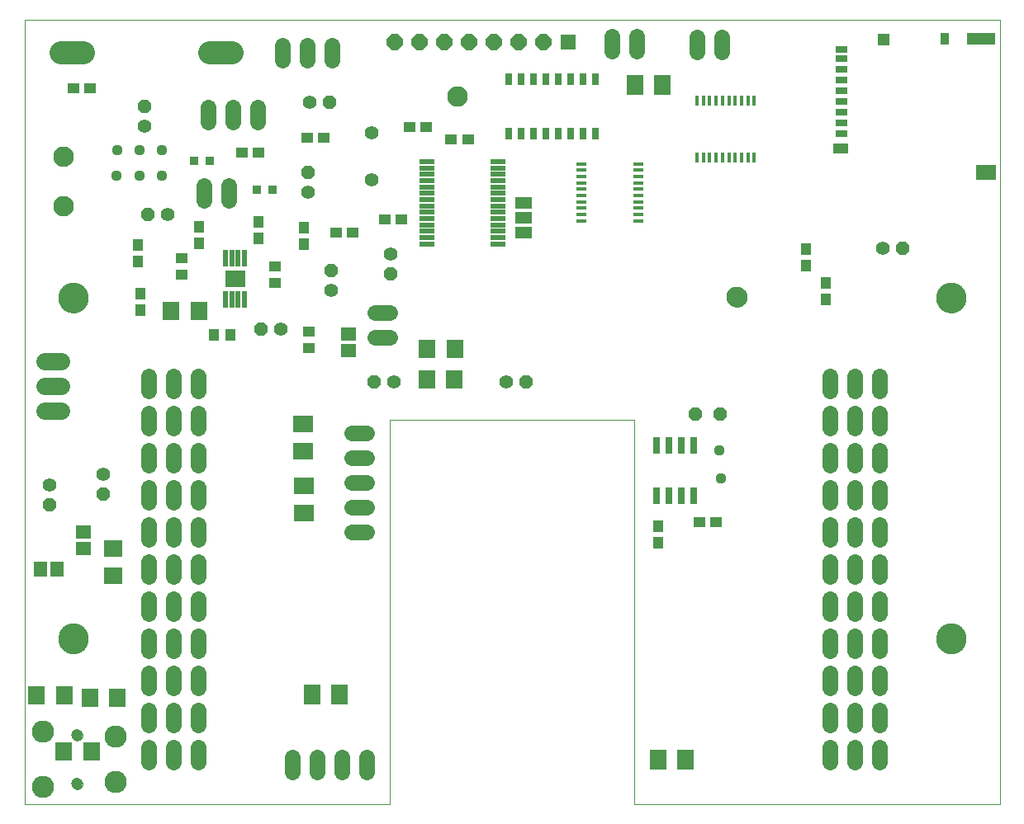
<source format=gbs>
G75*
%MOIN*%
%OFA0B0*%
%FSLAX25Y25*%
%IPPOS*%
%LPD*%
%AMOC8*
5,1,8,0,0,1.08239X$1,22.5*
%
%ADD10C,0.00000*%
%ADD11R,0.04337X0.04731*%
%ADD12OC8,0.05600*%
%ADD13C,0.05600*%
%ADD14R,0.04731X0.04337*%
%ADD15C,0.09250*%
%ADD16C,0.06400*%
%ADD17R,0.06400X0.06400*%
%ADD18OC8,0.06400*%
%ADD19R,0.06699X0.08274*%
%ADD20C,0.06896*%
%ADD21C,0.08274*%
%ADD22R,0.02500X0.07100*%
%ADD23C,0.12211*%
%ADD24R,0.03550X0.03550*%
%ADD25R,0.01600X0.04300*%
%ADD26R,0.05124X0.03156*%
%ADD27R,0.05912X0.04337*%
%ADD28R,0.07880X0.06306*%
%ADD29R,0.11424X0.05124*%
%ADD30R,0.03550X0.05124*%
%ADD31R,0.05124X0.05124*%
%ADD32R,0.02762X0.05124*%
%ADD33R,0.01975X0.06699*%
%ADD34R,0.07841X0.06581*%
%ADD35R,0.06699X0.07498*%
%ADD36R,0.04300X0.01600*%
%ADD37R,0.06306X0.01975*%
%ADD38R,0.06700X0.05000*%
%ADD39R,0.06306X0.05518*%
%ADD40C,0.09000*%
%ADD41C,0.04731*%
%ADD42R,0.05518X0.06306*%
%ADD43R,0.07498X0.06699*%
%ADD44R,0.08274X0.06699*%
%ADD45C,0.04369*%
D10*
X0049428Y0028933D02*
X0197066Y0028933D01*
X0197066Y0184445D01*
X0295491Y0184445D01*
X0295491Y0028933D01*
X0443129Y0028933D01*
X0443129Y0346059D01*
X0049428Y0346059D01*
X0049428Y0028933D01*
X0068484Y0037280D02*
X0068486Y0037373D01*
X0068492Y0037465D01*
X0068502Y0037557D01*
X0068516Y0037648D01*
X0068533Y0037739D01*
X0068555Y0037829D01*
X0068580Y0037918D01*
X0068609Y0038006D01*
X0068642Y0038092D01*
X0068679Y0038177D01*
X0068719Y0038261D01*
X0068763Y0038342D01*
X0068810Y0038422D01*
X0068860Y0038500D01*
X0068914Y0038575D01*
X0068971Y0038648D01*
X0069031Y0038718D01*
X0069094Y0038786D01*
X0069160Y0038851D01*
X0069228Y0038913D01*
X0069299Y0038973D01*
X0069373Y0039029D01*
X0069449Y0039082D01*
X0069527Y0039131D01*
X0069607Y0039178D01*
X0069689Y0039220D01*
X0069773Y0039260D01*
X0069858Y0039295D01*
X0069945Y0039327D01*
X0070033Y0039356D01*
X0070122Y0039380D01*
X0070212Y0039401D01*
X0070303Y0039417D01*
X0070395Y0039430D01*
X0070487Y0039439D01*
X0070580Y0039444D01*
X0070672Y0039445D01*
X0070765Y0039442D01*
X0070857Y0039435D01*
X0070949Y0039424D01*
X0071040Y0039409D01*
X0071131Y0039391D01*
X0071221Y0039368D01*
X0071309Y0039342D01*
X0071397Y0039312D01*
X0071483Y0039278D01*
X0071567Y0039241D01*
X0071650Y0039199D01*
X0071731Y0039155D01*
X0071811Y0039107D01*
X0071888Y0039056D01*
X0071962Y0039001D01*
X0072035Y0038943D01*
X0072105Y0038883D01*
X0072172Y0038819D01*
X0072236Y0038753D01*
X0072298Y0038683D01*
X0072356Y0038612D01*
X0072411Y0038538D01*
X0072463Y0038461D01*
X0072512Y0038382D01*
X0072558Y0038302D01*
X0072600Y0038219D01*
X0072638Y0038135D01*
X0072673Y0038049D01*
X0072704Y0037962D01*
X0072731Y0037874D01*
X0072754Y0037784D01*
X0072774Y0037694D01*
X0072790Y0037603D01*
X0072802Y0037511D01*
X0072810Y0037419D01*
X0072814Y0037326D01*
X0072814Y0037234D01*
X0072810Y0037141D01*
X0072802Y0037049D01*
X0072790Y0036957D01*
X0072774Y0036866D01*
X0072754Y0036776D01*
X0072731Y0036686D01*
X0072704Y0036598D01*
X0072673Y0036511D01*
X0072638Y0036425D01*
X0072600Y0036341D01*
X0072558Y0036258D01*
X0072512Y0036178D01*
X0072463Y0036099D01*
X0072411Y0036022D01*
X0072356Y0035948D01*
X0072298Y0035877D01*
X0072236Y0035807D01*
X0072172Y0035741D01*
X0072105Y0035677D01*
X0072035Y0035617D01*
X0071962Y0035559D01*
X0071888Y0035504D01*
X0071811Y0035453D01*
X0071732Y0035405D01*
X0071650Y0035361D01*
X0071567Y0035319D01*
X0071483Y0035282D01*
X0071397Y0035248D01*
X0071309Y0035218D01*
X0071221Y0035192D01*
X0071131Y0035169D01*
X0071040Y0035151D01*
X0070949Y0035136D01*
X0070857Y0035125D01*
X0070765Y0035118D01*
X0070672Y0035115D01*
X0070580Y0035116D01*
X0070487Y0035121D01*
X0070395Y0035130D01*
X0070303Y0035143D01*
X0070212Y0035159D01*
X0070122Y0035180D01*
X0070033Y0035204D01*
X0069945Y0035233D01*
X0069858Y0035265D01*
X0069773Y0035300D01*
X0069689Y0035340D01*
X0069607Y0035382D01*
X0069527Y0035429D01*
X0069449Y0035478D01*
X0069373Y0035531D01*
X0069299Y0035587D01*
X0069228Y0035647D01*
X0069160Y0035709D01*
X0069094Y0035774D01*
X0069031Y0035842D01*
X0068971Y0035912D01*
X0068914Y0035985D01*
X0068860Y0036060D01*
X0068810Y0036138D01*
X0068763Y0036218D01*
X0068719Y0036299D01*
X0068679Y0036383D01*
X0068642Y0036468D01*
X0068609Y0036554D01*
X0068580Y0036642D01*
X0068555Y0036731D01*
X0068533Y0036821D01*
X0068516Y0036912D01*
X0068502Y0037003D01*
X0068492Y0037095D01*
X0068486Y0037187D01*
X0068484Y0037280D01*
X0068484Y0056965D02*
X0068486Y0057058D01*
X0068492Y0057150D01*
X0068502Y0057242D01*
X0068516Y0057333D01*
X0068533Y0057424D01*
X0068555Y0057514D01*
X0068580Y0057603D01*
X0068609Y0057691D01*
X0068642Y0057777D01*
X0068679Y0057862D01*
X0068719Y0057946D01*
X0068763Y0058027D01*
X0068810Y0058107D01*
X0068860Y0058185D01*
X0068914Y0058260D01*
X0068971Y0058333D01*
X0069031Y0058403D01*
X0069094Y0058471D01*
X0069160Y0058536D01*
X0069228Y0058598D01*
X0069299Y0058658D01*
X0069373Y0058714D01*
X0069449Y0058767D01*
X0069527Y0058816D01*
X0069607Y0058863D01*
X0069689Y0058905D01*
X0069773Y0058945D01*
X0069858Y0058980D01*
X0069945Y0059012D01*
X0070033Y0059041D01*
X0070122Y0059065D01*
X0070212Y0059086D01*
X0070303Y0059102D01*
X0070395Y0059115D01*
X0070487Y0059124D01*
X0070580Y0059129D01*
X0070672Y0059130D01*
X0070765Y0059127D01*
X0070857Y0059120D01*
X0070949Y0059109D01*
X0071040Y0059094D01*
X0071131Y0059076D01*
X0071221Y0059053D01*
X0071309Y0059027D01*
X0071397Y0058997D01*
X0071483Y0058963D01*
X0071567Y0058926D01*
X0071650Y0058884D01*
X0071731Y0058840D01*
X0071811Y0058792D01*
X0071888Y0058741D01*
X0071962Y0058686D01*
X0072035Y0058628D01*
X0072105Y0058568D01*
X0072172Y0058504D01*
X0072236Y0058438D01*
X0072298Y0058368D01*
X0072356Y0058297D01*
X0072411Y0058223D01*
X0072463Y0058146D01*
X0072512Y0058067D01*
X0072558Y0057987D01*
X0072600Y0057904D01*
X0072638Y0057820D01*
X0072673Y0057734D01*
X0072704Y0057647D01*
X0072731Y0057559D01*
X0072754Y0057469D01*
X0072774Y0057379D01*
X0072790Y0057288D01*
X0072802Y0057196D01*
X0072810Y0057104D01*
X0072814Y0057011D01*
X0072814Y0056919D01*
X0072810Y0056826D01*
X0072802Y0056734D01*
X0072790Y0056642D01*
X0072774Y0056551D01*
X0072754Y0056461D01*
X0072731Y0056371D01*
X0072704Y0056283D01*
X0072673Y0056196D01*
X0072638Y0056110D01*
X0072600Y0056026D01*
X0072558Y0055943D01*
X0072512Y0055863D01*
X0072463Y0055784D01*
X0072411Y0055707D01*
X0072356Y0055633D01*
X0072298Y0055562D01*
X0072236Y0055492D01*
X0072172Y0055426D01*
X0072105Y0055362D01*
X0072035Y0055302D01*
X0071962Y0055244D01*
X0071888Y0055189D01*
X0071811Y0055138D01*
X0071732Y0055090D01*
X0071650Y0055046D01*
X0071567Y0055004D01*
X0071483Y0054967D01*
X0071397Y0054933D01*
X0071309Y0054903D01*
X0071221Y0054877D01*
X0071131Y0054854D01*
X0071040Y0054836D01*
X0070949Y0054821D01*
X0070857Y0054810D01*
X0070765Y0054803D01*
X0070672Y0054800D01*
X0070580Y0054801D01*
X0070487Y0054806D01*
X0070395Y0054815D01*
X0070303Y0054828D01*
X0070212Y0054844D01*
X0070122Y0054865D01*
X0070033Y0054889D01*
X0069945Y0054918D01*
X0069858Y0054950D01*
X0069773Y0054985D01*
X0069689Y0055025D01*
X0069607Y0055067D01*
X0069527Y0055114D01*
X0069449Y0055163D01*
X0069373Y0055216D01*
X0069299Y0055272D01*
X0069228Y0055332D01*
X0069160Y0055394D01*
X0069094Y0055459D01*
X0069031Y0055527D01*
X0068971Y0055597D01*
X0068914Y0055670D01*
X0068860Y0055745D01*
X0068810Y0055823D01*
X0068763Y0055903D01*
X0068719Y0055984D01*
X0068679Y0056068D01*
X0068642Y0056153D01*
X0068609Y0056239D01*
X0068580Y0056327D01*
X0068555Y0056416D01*
X0068533Y0056506D01*
X0068516Y0056597D01*
X0068502Y0056688D01*
X0068492Y0056780D01*
X0068486Y0056872D01*
X0068484Y0056965D01*
X0063208Y0095862D02*
X0063210Y0096015D01*
X0063216Y0096169D01*
X0063226Y0096322D01*
X0063240Y0096474D01*
X0063258Y0096627D01*
X0063280Y0096778D01*
X0063305Y0096929D01*
X0063335Y0097080D01*
X0063369Y0097230D01*
X0063406Y0097378D01*
X0063447Y0097526D01*
X0063492Y0097672D01*
X0063541Y0097818D01*
X0063594Y0097962D01*
X0063650Y0098104D01*
X0063710Y0098245D01*
X0063774Y0098385D01*
X0063841Y0098523D01*
X0063912Y0098659D01*
X0063987Y0098793D01*
X0064064Y0098925D01*
X0064146Y0099055D01*
X0064230Y0099183D01*
X0064318Y0099309D01*
X0064409Y0099432D01*
X0064503Y0099553D01*
X0064601Y0099671D01*
X0064701Y0099787D01*
X0064805Y0099900D01*
X0064911Y0100011D01*
X0065020Y0100119D01*
X0065132Y0100224D01*
X0065246Y0100325D01*
X0065364Y0100424D01*
X0065483Y0100520D01*
X0065605Y0100613D01*
X0065730Y0100702D01*
X0065857Y0100789D01*
X0065986Y0100871D01*
X0066117Y0100951D01*
X0066250Y0101027D01*
X0066385Y0101100D01*
X0066522Y0101169D01*
X0066661Y0101234D01*
X0066801Y0101296D01*
X0066943Y0101354D01*
X0067086Y0101409D01*
X0067231Y0101460D01*
X0067377Y0101507D01*
X0067524Y0101550D01*
X0067672Y0101589D01*
X0067821Y0101625D01*
X0067971Y0101656D01*
X0068122Y0101684D01*
X0068273Y0101708D01*
X0068426Y0101728D01*
X0068578Y0101744D01*
X0068731Y0101756D01*
X0068884Y0101764D01*
X0069037Y0101768D01*
X0069191Y0101768D01*
X0069344Y0101764D01*
X0069497Y0101756D01*
X0069650Y0101744D01*
X0069802Y0101728D01*
X0069955Y0101708D01*
X0070106Y0101684D01*
X0070257Y0101656D01*
X0070407Y0101625D01*
X0070556Y0101589D01*
X0070704Y0101550D01*
X0070851Y0101507D01*
X0070997Y0101460D01*
X0071142Y0101409D01*
X0071285Y0101354D01*
X0071427Y0101296D01*
X0071567Y0101234D01*
X0071706Y0101169D01*
X0071843Y0101100D01*
X0071978Y0101027D01*
X0072111Y0100951D01*
X0072242Y0100871D01*
X0072371Y0100789D01*
X0072498Y0100702D01*
X0072623Y0100613D01*
X0072745Y0100520D01*
X0072864Y0100424D01*
X0072982Y0100325D01*
X0073096Y0100224D01*
X0073208Y0100119D01*
X0073317Y0100011D01*
X0073423Y0099900D01*
X0073527Y0099787D01*
X0073627Y0099671D01*
X0073725Y0099553D01*
X0073819Y0099432D01*
X0073910Y0099309D01*
X0073998Y0099183D01*
X0074082Y0099055D01*
X0074164Y0098925D01*
X0074241Y0098793D01*
X0074316Y0098659D01*
X0074387Y0098523D01*
X0074454Y0098385D01*
X0074518Y0098245D01*
X0074578Y0098104D01*
X0074634Y0097962D01*
X0074687Y0097818D01*
X0074736Y0097672D01*
X0074781Y0097526D01*
X0074822Y0097378D01*
X0074859Y0097230D01*
X0074893Y0097080D01*
X0074923Y0096929D01*
X0074948Y0096778D01*
X0074970Y0096627D01*
X0074988Y0096474D01*
X0075002Y0096322D01*
X0075012Y0096169D01*
X0075018Y0096015D01*
X0075020Y0095862D01*
X0075018Y0095709D01*
X0075012Y0095555D01*
X0075002Y0095402D01*
X0074988Y0095250D01*
X0074970Y0095097D01*
X0074948Y0094946D01*
X0074923Y0094795D01*
X0074893Y0094644D01*
X0074859Y0094494D01*
X0074822Y0094346D01*
X0074781Y0094198D01*
X0074736Y0094052D01*
X0074687Y0093906D01*
X0074634Y0093762D01*
X0074578Y0093620D01*
X0074518Y0093479D01*
X0074454Y0093339D01*
X0074387Y0093201D01*
X0074316Y0093065D01*
X0074241Y0092931D01*
X0074164Y0092799D01*
X0074082Y0092669D01*
X0073998Y0092541D01*
X0073910Y0092415D01*
X0073819Y0092292D01*
X0073725Y0092171D01*
X0073627Y0092053D01*
X0073527Y0091937D01*
X0073423Y0091824D01*
X0073317Y0091713D01*
X0073208Y0091605D01*
X0073096Y0091500D01*
X0072982Y0091399D01*
X0072864Y0091300D01*
X0072745Y0091204D01*
X0072623Y0091111D01*
X0072498Y0091022D01*
X0072371Y0090935D01*
X0072242Y0090853D01*
X0072111Y0090773D01*
X0071978Y0090697D01*
X0071843Y0090624D01*
X0071706Y0090555D01*
X0071567Y0090490D01*
X0071427Y0090428D01*
X0071285Y0090370D01*
X0071142Y0090315D01*
X0070997Y0090264D01*
X0070851Y0090217D01*
X0070704Y0090174D01*
X0070556Y0090135D01*
X0070407Y0090099D01*
X0070257Y0090068D01*
X0070106Y0090040D01*
X0069955Y0090016D01*
X0069802Y0089996D01*
X0069650Y0089980D01*
X0069497Y0089968D01*
X0069344Y0089960D01*
X0069191Y0089956D01*
X0069037Y0089956D01*
X0068884Y0089960D01*
X0068731Y0089968D01*
X0068578Y0089980D01*
X0068426Y0089996D01*
X0068273Y0090016D01*
X0068122Y0090040D01*
X0067971Y0090068D01*
X0067821Y0090099D01*
X0067672Y0090135D01*
X0067524Y0090174D01*
X0067377Y0090217D01*
X0067231Y0090264D01*
X0067086Y0090315D01*
X0066943Y0090370D01*
X0066801Y0090428D01*
X0066661Y0090490D01*
X0066522Y0090555D01*
X0066385Y0090624D01*
X0066250Y0090697D01*
X0066117Y0090773D01*
X0065986Y0090853D01*
X0065857Y0090935D01*
X0065730Y0091022D01*
X0065605Y0091111D01*
X0065483Y0091204D01*
X0065364Y0091300D01*
X0065246Y0091399D01*
X0065132Y0091500D01*
X0065020Y0091605D01*
X0064911Y0091713D01*
X0064805Y0091824D01*
X0064701Y0091937D01*
X0064601Y0092053D01*
X0064503Y0092171D01*
X0064409Y0092292D01*
X0064318Y0092415D01*
X0064230Y0092541D01*
X0064146Y0092669D01*
X0064064Y0092799D01*
X0063987Y0092931D01*
X0063912Y0093065D01*
X0063841Y0093201D01*
X0063774Y0093339D01*
X0063710Y0093479D01*
X0063650Y0093620D01*
X0063594Y0093762D01*
X0063541Y0093906D01*
X0063492Y0094052D01*
X0063447Y0094198D01*
X0063406Y0094346D01*
X0063369Y0094494D01*
X0063335Y0094644D01*
X0063305Y0094795D01*
X0063280Y0094946D01*
X0063258Y0095097D01*
X0063240Y0095250D01*
X0063226Y0095402D01*
X0063216Y0095555D01*
X0063210Y0095709D01*
X0063208Y0095862D01*
X0063208Y0233657D02*
X0063210Y0233810D01*
X0063216Y0233964D01*
X0063226Y0234117D01*
X0063240Y0234269D01*
X0063258Y0234422D01*
X0063280Y0234573D01*
X0063305Y0234724D01*
X0063335Y0234875D01*
X0063369Y0235025D01*
X0063406Y0235173D01*
X0063447Y0235321D01*
X0063492Y0235467D01*
X0063541Y0235613D01*
X0063594Y0235757D01*
X0063650Y0235899D01*
X0063710Y0236040D01*
X0063774Y0236180D01*
X0063841Y0236318D01*
X0063912Y0236454D01*
X0063987Y0236588D01*
X0064064Y0236720D01*
X0064146Y0236850D01*
X0064230Y0236978D01*
X0064318Y0237104D01*
X0064409Y0237227D01*
X0064503Y0237348D01*
X0064601Y0237466D01*
X0064701Y0237582D01*
X0064805Y0237695D01*
X0064911Y0237806D01*
X0065020Y0237914D01*
X0065132Y0238019D01*
X0065246Y0238120D01*
X0065364Y0238219D01*
X0065483Y0238315D01*
X0065605Y0238408D01*
X0065730Y0238497D01*
X0065857Y0238584D01*
X0065986Y0238666D01*
X0066117Y0238746D01*
X0066250Y0238822D01*
X0066385Y0238895D01*
X0066522Y0238964D01*
X0066661Y0239029D01*
X0066801Y0239091D01*
X0066943Y0239149D01*
X0067086Y0239204D01*
X0067231Y0239255D01*
X0067377Y0239302D01*
X0067524Y0239345D01*
X0067672Y0239384D01*
X0067821Y0239420D01*
X0067971Y0239451D01*
X0068122Y0239479D01*
X0068273Y0239503D01*
X0068426Y0239523D01*
X0068578Y0239539D01*
X0068731Y0239551D01*
X0068884Y0239559D01*
X0069037Y0239563D01*
X0069191Y0239563D01*
X0069344Y0239559D01*
X0069497Y0239551D01*
X0069650Y0239539D01*
X0069802Y0239523D01*
X0069955Y0239503D01*
X0070106Y0239479D01*
X0070257Y0239451D01*
X0070407Y0239420D01*
X0070556Y0239384D01*
X0070704Y0239345D01*
X0070851Y0239302D01*
X0070997Y0239255D01*
X0071142Y0239204D01*
X0071285Y0239149D01*
X0071427Y0239091D01*
X0071567Y0239029D01*
X0071706Y0238964D01*
X0071843Y0238895D01*
X0071978Y0238822D01*
X0072111Y0238746D01*
X0072242Y0238666D01*
X0072371Y0238584D01*
X0072498Y0238497D01*
X0072623Y0238408D01*
X0072745Y0238315D01*
X0072864Y0238219D01*
X0072982Y0238120D01*
X0073096Y0238019D01*
X0073208Y0237914D01*
X0073317Y0237806D01*
X0073423Y0237695D01*
X0073527Y0237582D01*
X0073627Y0237466D01*
X0073725Y0237348D01*
X0073819Y0237227D01*
X0073910Y0237104D01*
X0073998Y0236978D01*
X0074082Y0236850D01*
X0074164Y0236720D01*
X0074241Y0236588D01*
X0074316Y0236454D01*
X0074387Y0236318D01*
X0074454Y0236180D01*
X0074518Y0236040D01*
X0074578Y0235899D01*
X0074634Y0235757D01*
X0074687Y0235613D01*
X0074736Y0235467D01*
X0074781Y0235321D01*
X0074822Y0235173D01*
X0074859Y0235025D01*
X0074893Y0234875D01*
X0074923Y0234724D01*
X0074948Y0234573D01*
X0074970Y0234422D01*
X0074988Y0234269D01*
X0075002Y0234117D01*
X0075012Y0233964D01*
X0075018Y0233810D01*
X0075020Y0233657D01*
X0075018Y0233504D01*
X0075012Y0233350D01*
X0075002Y0233197D01*
X0074988Y0233045D01*
X0074970Y0232892D01*
X0074948Y0232741D01*
X0074923Y0232590D01*
X0074893Y0232439D01*
X0074859Y0232289D01*
X0074822Y0232141D01*
X0074781Y0231993D01*
X0074736Y0231847D01*
X0074687Y0231701D01*
X0074634Y0231557D01*
X0074578Y0231415D01*
X0074518Y0231274D01*
X0074454Y0231134D01*
X0074387Y0230996D01*
X0074316Y0230860D01*
X0074241Y0230726D01*
X0074164Y0230594D01*
X0074082Y0230464D01*
X0073998Y0230336D01*
X0073910Y0230210D01*
X0073819Y0230087D01*
X0073725Y0229966D01*
X0073627Y0229848D01*
X0073527Y0229732D01*
X0073423Y0229619D01*
X0073317Y0229508D01*
X0073208Y0229400D01*
X0073096Y0229295D01*
X0072982Y0229194D01*
X0072864Y0229095D01*
X0072745Y0228999D01*
X0072623Y0228906D01*
X0072498Y0228817D01*
X0072371Y0228730D01*
X0072242Y0228648D01*
X0072111Y0228568D01*
X0071978Y0228492D01*
X0071843Y0228419D01*
X0071706Y0228350D01*
X0071567Y0228285D01*
X0071427Y0228223D01*
X0071285Y0228165D01*
X0071142Y0228110D01*
X0070997Y0228059D01*
X0070851Y0228012D01*
X0070704Y0227969D01*
X0070556Y0227930D01*
X0070407Y0227894D01*
X0070257Y0227863D01*
X0070106Y0227835D01*
X0069955Y0227811D01*
X0069802Y0227791D01*
X0069650Y0227775D01*
X0069497Y0227763D01*
X0069344Y0227755D01*
X0069191Y0227751D01*
X0069037Y0227751D01*
X0068884Y0227755D01*
X0068731Y0227763D01*
X0068578Y0227775D01*
X0068426Y0227791D01*
X0068273Y0227811D01*
X0068122Y0227835D01*
X0067971Y0227863D01*
X0067821Y0227894D01*
X0067672Y0227930D01*
X0067524Y0227969D01*
X0067377Y0228012D01*
X0067231Y0228059D01*
X0067086Y0228110D01*
X0066943Y0228165D01*
X0066801Y0228223D01*
X0066661Y0228285D01*
X0066522Y0228350D01*
X0066385Y0228419D01*
X0066250Y0228492D01*
X0066117Y0228568D01*
X0065986Y0228648D01*
X0065857Y0228730D01*
X0065730Y0228817D01*
X0065605Y0228906D01*
X0065483Y0228999D01*
X0065364Y0229095D01*
X0065246Y0229194D01*
X0065132Y0229295D01*
X0065020Y0229400D01*
X0064911Y0229508D01*
X0064805Y0229619D01*
X0064701Y0229732D01*
X0064601Y0229848D01*
X0064503Y0229966D01*
X0064409Y0230087D01*
X0064318Y0230210D01*
X0064230Y0230336D01*
X0064146Y0230464D01*
X0064064Y0230594D01*
X0063987Y0230726D01*
X0063912Y0230860D01*
X0063841Y0230996D01*
X0063774Y0231134D01*
X0063710Y0231274D01*
X0063650Y0231415D01*
X0063594Y0231557D01*
X0063541Y0231701D01*
X0063492Y0231847D01*
X0063447Y0231993D01*
X0063406Y0232141D01*
X0063369Y0232289D01*
X0063335Y0232439D01*
X0063305Y0232590D01*
X0063280Y0232741D01*
X0063258Y0232892D01*
X0063240Y0233045D01*
X0063226Y0233197D01*
X0063216Y0233350D01*
X0063210Y0233504D01*
X0063208Y0233657D01*
X0220188Y0315107D02*
X0220190Y0315232D01*
X0220196Y0315357D01*
X0220206Y0315481D01*
X0220220Y0315605D01*
X0220237Y0315729D01*
X0220259Y0315852D01*
X0220285Y0315974D01*
X0220314Y0316096D01*
X0220347Y0316216D01*
X0220385Y0316335D01*
X0220425Y0316454D01*
X0220470Y0316570D01*
X0220518Y0316685D01*
X0220570Y0316799D01*
X0220626Y0316911D01*
X0220685Y0317021D01*
X0220747Y0317129D01*
X0220813Y0317236D01*
X0220882Y0317340D01*
X0220955Y0317441D01*
X0221030Y0317541D01*
X0221109Y0317638D01*
X0221191Y0317732D01*
X0221276Y0317824D01*
X0221363Y0317913D01*
X0221454Y0317999D01*
X0221547Y0318082D01*
X0221643Y0318163D01*
X0221741Y0318240D01*
X0221841Y0318314D01*
X0221944Y0318385D01*
X0222049Y0318452D01*
X0222157Y0318517D01*
X0222266Y0318577D01*
X0222377Y0318635D01*
X0222490Y0318688D01*
X0222604Y0318738D01*
X0222720Y0318785D01*
X0222837Y0318827D01*
X0222956Y0318866D01*
X0223076Y0318902D01*
X0223197Y0318933D01*
X0223319Y0318961D01*
X0223441Y0318984D01*
X0223565Y0319004D01*
X0223689Y0319020D01*
X0223813Y0319032D01*
X0223938Y0319040D01*
X0224063Y0319044D01*
X0224187Y0319044D01*
X0224312Y0319040D01*
X0224437Y0319032D01*
X0224561Y0319020D01*
X0224685Y0319004D01*
X0224809Y0318984D01*
X0224931Y0318961D01*
X0225053Y0318933D01*
X0225174Y0318902D01*
X0225294Y0318866D01*
X0225413Y0318827D01*
X0225530Y0318785D01*
X0225646Y0318738D01*
X0225760Y0318688D01*
X0225873Y0318635D01*
X0225984Y0318577D01*
X0226094Y0318517D01*
X0226201Y0318452D01*
X0226306Y0318385D01*
X0226409Y0318314D01*
X0226509Y0318240D01*
X0226607Y0318163D01*
X0226703Y0318082D01*
X0226796Y0317999D01*
X0226887Y0317913D01*
X0226974Y0317824D01*
X0227059Y0317732D01*
X0227141Y0317638D01*
X0227220Y0317541D01*
X0227295Y0317441D01*
X0227368Y0317340D01*
X0227437Y0317236D01*
X0227503Y0317129D01*
X0227565Y0317021D01*
X0227624Y0316911D01*
X0227680Y0316799D01*
X0227732Y0316685D01*
X0227780Y0316570D01*
X0227825Y0316454D01*
X0227865Y0316335D01*
X0227903Y0316216D01*
X0227936Y0316096D01*
X0227965Y0315974D01*
X0227991Y0315852D01*
X0228013Y0315729D01*
X0228030Y0315605D01*
X0228044Y0315481D01*
X0228054Y0315357D01*
X0228060Y0315232D01*
X0228062Y0315107D01*
X0228060Y0314982D01*
X0228054Y0314857D01*
X0228044Y0314733D01*
X0228030Y0314609D01*
X0228013Y0314485D01*
X0227991Y0314362D01*
X0227965Y0314240D01*
X0227936Y0314118D01*
X0227903Y0313998D01*
X0227865Y0313879D01*
X0227825Y0313760D01*
X0227780Y0313644D01*
X0227732Y0313529D01*
X0227680Y0313415D01*
X0227624Y0313303D01*
X0227565Y0313193D01*
X0227503Y0313085D01*
X0227437Y0312978D01*
X0227368Y0312874D01*
X0227295Y0312773D01*
X0227220Y0312673D01*
X0227141Y0312576D01*
X0227059Y0312482D01*
X0226974Y0312390D01*
X0226887Y0312301D01*
X0226796Y0312215D01*
X0226703Y0312132D01*
X0226607Y0312051D01*
X0226509Y0311974D01*
X0226409Y0311900D01*
X0226306Y0311829D01*
X0226201Y0311762D01*
X0226093Y0311697D01*
X0225984Y0311637D01*
X0225873Y0311579D01*
X0225760Y0311526D01*
X0225646Y0311476D01*
X0225530Y0311429D01*
X0225413Y0311387D01*
X0225294Y0311348D01*
X0225174Y0311312D01*
X0225053Y0311281D01*
X0224931Y0311253D01*
X0224809Y0311230D01*
X0224685Y0311210D01*
X0224561Y0311194D01*
X0224437Y0311182D01*
X0224312Y0311174D01*
X0224187Y0311170D01*
X0224063Y0311170D01*
X0223938Y0311174D01*
X0223813Y0311182D01*
X0223689Y0311194D01*
X0223565Y0311210D01*
X0223441Y0311230D01*
X0223319Y0311253D01*
X0223197Y0311281D01*
X0223076Y0311312D01*
X0222956Y0311348D01*
X0222837Y0311387D01*
X0222720Y0311429D01*
X0222604Y0311476D01*
X0222490Y0311526D01*
X0222377Y0311579D01*
X0222266Y0311637D01*
X0222156Y0311697D01*
X0222049Y0311762D01*
X0221944Y0311829D01*
X0221841Y0311900D01*
X0221741Y0311974D01*
X0221643Y0312051D01*
X0221547Y0312132D01*
X0221454Y0312215D01*
X0221363Y0312301D01*
X0221276Y0312390D01*
X0221191Y0312482D01*
X0221109Y0312576D01*
X0221030Y0312673D01*
X0220955Y0312773D01*
X0220882Y0312874D01*
X0220813Y0312978D01*
X0220747Y0313085D01*
X0220685Y0313193D01*
X0220626Y0313303D01*
X0220570Y0313415D01*
X0220518Y0313529D01*
X0220470Y0313644D01*
X0220425Y0313760D01*
X0220385Y0313879D01*
X0220347Y0313998D01*
X0220314Y0314118D01*
X0220285Y0314240D01*
X0220259Y0314362D01*
X0220237Y0314485D01*
X0220220Y0314609D01*
X0220206Y0314733D01*
X0220196Y0314857D01*
X0220190Y0314982D01*
X0220188Y0315107D01*
X0333140Y0234005D02*
X0333142Y0234130D01*
X0333148Y0234255D01*
X0333158Y0234379D01*
X0333172Y0234503D01*
X0333189Y0234627D01*
X0333211Y0234750D01*
X0333237Y0234872D01*
X0333266Y0234994D01*
X0333299Y0235114D01*
X0333337Y0235233D01*
X0333377Y0235352D01*
X0333422Y0235468D01*
X0333470Y0235583D01*
X0333522Y0235697D01*
X0333578Y0235809D01*
X0333637Y0235919D01*
X0333699Y0236027D01*
X0333765Y0236134D01*
X0333834Y0236238D01*
X0333907Y0236339D01*
X0333982Y0236439D01*
X0334061Y0236536D01*
X0334143Y0236630D01*
X0334228Y0236722D01*
X0334315Y0236811D01*
X0334406Y0236897D01*
X0334499Y0236980D01*
X0334595Y0237061D01*
X0334693Y0237138D01*
X0334793Y0237212D01*
X0334896Y0237283D01*
X0335001Y0237350D01*
X0335109Y0237415D01*
X0335218Y0237475D01*
X0335329Y0237533D01*
X0335442Y0237586D01*
X0335556Y0237636D01*
X0335672Y0237683D01*
X0335789Y0237725D01*
X0335908Y0237764D01*
X0336028Y0237800D01*
X0336149Y0237831D01*
X0336271Y0237859D01*
X0336393Y0237882D01*
X0336517Y0237902D01*
X0336641Y0237918D01*
X0336765Y0237930D01*
X0336890Y0237938D01*
X0337015Y0237942D01*
X0337139Y0237942D01*
X0337264Y0237938D01*
X0337389Y0237930D01*
X0337513Y0237918D01*
X0337637Y0237902D01*
X0337761Y0237882D01*
X0337883Y0237859D01*
X0338005Y0237831D01*
X0338126Y0237800D01*
X0338246Y0237764D01*
X0338365Y0237725D01*
X0338482Y0237683D01*
X0338598Y0237636D01*
X0338712Y0237586D01*
X0338825Y0237533D01*
X0338936Y0237475D01*
X0339046Y0237415D01*
X0339153Y0237350D01*
X0339258Y0237283D01*
X0339361Y0237212D01*
X0339461Y0237138D01*
X0339559Y0237061D01*
X0339655Y0236980D01*
X0339748Y0236897D01*
X0339839Y0236811D01*
X0339926Y0236722D01*
X0340011Y0236630D01*
X0340093Y0236536D01*
X0340172Y0236439D01*
X0340247Y0236339D01*
X0340320Y0236238D01*
X0340389Y0236134D01*
X0340455Y0236027D01*
X0340517Y0235919D01*
X0340576Y0235809D01*
X0340632Y0235697D01*
X0340684Y0235583D01*
X0340732Y0235468D01*
X0340777Y0235352D01*
X0340817Y0235233D01*
X0340855Y0235114D01*
X0340888Y0234994D01*
X0340917Y0234872D01*
X0340943Y0234750D01*
X0340965Y0234627D01*
X0340982Y0234503D01*
X0340996Y0234379D01*
X0341006Y0234255D01*
X0341012Y0234130D01*
X0341014Y0234005D01*
X0341012Y0233880D01*
X0341006Y0233755D01*
X0340996Y0233631D01*
X0340982Y0233507D01*
X0340965Y0233383D01*
X0340943Y0233260D01*
X0340917Y0233138D01*
X0340888Y0233016D01*
X0340855Y0232896D01*
X0340817Y0232777D01*
X0340777Y0232658D01*
X0340732Y0232542D01*
X0340684Y0232427D01*
X0340632Y0232313D01*
X0340576Y0232201D01*
X0340517Y0232091D01*
X0340455Y0231983D01*
X0340389Y0231876D01*
X0340320Y0231772D01*
X0340247Y0231671D01*
X0340172Y0231571D01*
X0340093Y0231474D01*
X0340011Y0231380D01*
X0339926Y0231288D01*
X0339839Y0231199D01*
X0339748Y0231113D01*
X0339655Y0231030D01*
X0339559Y0230949D01*
X0339461Y0230872D01*
X0339361Y0230798D01*
X0339258Y0230727D01*
X0339153Y0230660D01*
X0339045Y0230595D01*
X0338936Y0230535D01*
X0338825Y0230477D01*
X0338712Y0230424D01*
X0338598Y0230374D01*
X0338482Y0230327D01*
X0338365Y0230285D01*
X0338246Y0230246D01*
X0338126Y0230210D01*
X0338005Y0230179D01*
X0337883Y0230151D01*
X0337761Y0230128D01*
X0337637Y0230108D01*
X0337513Y0230092D01*
X0337389Y0230080D01*
X0337264Y0230072D01*
X0337139Y0230068D01*
X0337015Y0230068D01*
X0336890Y0230072D01*
X0336765Y0230080D01*
X0336641Y0230092D01*
X0336517Y0230108D01*
X0336393Y0230128D01*
X0336271Y0230151D01*
X0336149Y0230179D01*
X0336028Y0230210D01*
X0335908Y0230246D01*
X0335789Y0230285D01*
X0335672Y0230327D01*
X0335556Y0230374D01*
X0335442Y0230424D01*
X0335329Y0230477D01*
X0335218Y0230535D01*
X0335108Y0230595D01*
X0335001Y0230660D01*
X0334896Y0230727D01*
X0334793Y0230798D01*
X0334693Y0230872D01*
X0334595Y0230949D01*
X0334499Y0231030D01*
X0334406Y0231113D01*
X0334315Y0231199D01*
X0334228Y0231288D01*
X0334143Y0231380D01*
X0334061Y0231474D01*
X0333982Y0231571D01*
X0333907Y0231671D01*
X0333834Y0231772D01*
X0333765Y0231876D01*
X0333699Y0231983D01*
X0333637Y0232091D01*
X0333578Y0232201D01*
X0333522Y0232313D01*
X0333470Y0232427D01*
X0333422Y0232542D01*
X0333377Y0232658D01*
X0333337Y0232777D01*
X0333299Y0232896D01*
X0333266Y0233016D01*
X0333237Y0233138D01*
X0333211Y0233260D01*
X0333189Y0233383D01*
X0333172Y0233507D01*
X0333158Y0233631D01*
X0333148Y0233755D01*
X0333142Y0233880D01*
X0333140Y0234005D01*
X0417538Y0233657D02*
X0417540Y0233810D01*
X0417546Y0233964D01*
X0417556Y0234117D01*
X0417570Y0234269D01*
X0417588Y0234422D01*
X0417610Y0234573D01*
X0417635Y0234724D01*
X0417665Y0234875D01*
X0417699Y0235025D01*
X0417736Y0235173D01*
X0417777Y0235321D01*
X0417822Y0235467D01*
X0417871Y0235613D01*
X0417924Y0235757D01*
X0417980Y0235899D01*
X0418040Y0236040D01*
X0418104Y0236180D01*
X0418171Y0236318D01*
X0418242Y0236454D01*
X0418317Y0236588D01*
X0418394Y0236720D01*
X0418476Y0236850D01*
X0418560Y0236978D01*
X0418648Y0237104D01*
X0418739Y0237227D01*
X0418833Y0237348D01*
X0418931Y0237466D01*
X0419031Y0237582D01*
X0419135Y0237695D01*
X0419241Y0237806D01*
X0419350Y0237914D01*
X0419462Y0238019D01*
X0419576Y0238120D01*
X0419694Y0238219D01*
X0419813Y0238315D01*
X0419935Y0238408D01*
X0420060Y0238497D01*
X0420187Y0238584D01*
X0420316Y0238666D01*
X0420447Y0238746D01*
X0420580Y0238822D01*
X0420715Y0238895D01*
X0420852Y0238964D01*
X0420991Y0239029D01*
X0421131Y0239091D01*
X0421273Y0239149D01*
X0421416Y0239204D01*
X0421561Y0239255D01*
X0421707Y0239302D01*
X0421854Y0239345D01*
X0422002Y0239384D01*
X0422151Y0239420D01*
X0422301Y0239451D01*
X0422452Y0239479D01*
X0422603Y0239503D01*
X0422756Y0239523D01*
X0422908Y0239539D01*
X0423061Y0239551D01*
X0423214Y0239559D01*
X0423367Y0239563D01*
X0423521Y0239563D01*
X0423674Y0239559D01*
X0423827Y0239551D01*
X0423980Y0239539D01*
X0424132Y0239523D01*
X0424285Y0239503D01*
X0424436Y0239479D01*
X0424587Y0239451D01*
X0424737Y0239420D01*
X0424886Y0239384D01*
X0425034Y0239345D01*
X0425181Y0239302D01*
X0425327Y0239255D01*
X0425472Y0239204D01*
X0425615Y0239149D01*
X0425757Y0239091D01*
X0425897Y0239029D01*
X0426036Y0238964D01*
X0426173Y0238895D01*
X0426308Y0238822D01*
X0426441Y0238746D01*
X0426572Y0238666D01*
X0426701Y0238584D01*
X0426828Y0238497D01*
X0426953Y0238408D01*
X0427075Y0238315D01*
X0427194Y0238219D01*
X0427312Y0238120D01*
X0427426Y0238019D01*
X0427538Y0237914D01*
X0427647Y0237806D01*
X0427753Y0237695D01*
X0427857Y0237582D01*
X0427957Y0237466D01*
X0428055Y0237348D01*
X0428149Y0237227D01*
X0428240Y0237104D01*
X0428328Y0236978D01*
X0428412Y0236850D01*
X0428494Y0236720D01*
X0428571Y0236588D01*
X0428646Y0236454D01*
X0428717Y0236318D01*
X0428784Y0236180D01*
X0428848Y0236040D01*
X0428908Y0235899D01*
X0428964Y0235757D01*
X0429017Y0235613D01*
X0429066Y0235467D01*
X0429111Y0235321D01*
X0429152Y0235173D01*
X0429189Y0235025D01*
X0429223Y0234875D01*
X0429253Y0234724D01*
X0429278Y0234573D01*
X0429300Y0234422D01*
X0429318Y0234269D01*
X0429332Y0234117D01*
X0429342Y0233964D01*
X0429348Y0233810D01*
X0429350Y0233657D01*
X0429348Y0233504D01*
X0429342Y0233350D01*
X0429332Y0233197D01*
X0429318Y0233045D01*
X0429300Y0232892D01*
X0429278Y0232741D01*
X0429253Y0232590D01*
X0429223Y0232439D01*
X0429189Y0232289D01*
X0429152Y0232141D01*
X0429111Y0231993D01*
X0429066Y0231847D01*
X0429017Y0231701D01*
X0428964Y0231557D01*
X0428908Y0231415D01*
X0428848Y0231274D01*
X0428784Y0231134D01*
X0428717Y0230996D01*
X0428646Y0230860D01*
X0428571Y0230726D01*
X0428494Y0230594D01*
X0428412Y0230464D01*
X0428328Y0230336D01*
X0428240Y0230210D01*
X0428149Y0230087D01*
X0428055Y0229966D01*
X0427957Y0229848D01*
X0427857Y0229732D01*
X0427753Y0229619D01*
X0427647Y0229508D01*
X0427538Y0229400D01*
X0427426Y0229295D01*
X0427312Y0229194D01*
X0427194Y0229095D01*
X0427075Y0228999D01*
X0426953Y0228906D01*
X0426828Y0228817D01*
X0426701Y0228730D01*
X0426572Y0228648D01*
X0426441Y0228568D01*
X0426308Y0228492D01*
X0426173Y0228419D01*
X0426036Y0228350D01*
X0425897Y0228285D01*
X0425757Y0228223D01*
X0425615Y0228165D01*
X0425472Y0228110D01*
X0425327Y0228059D01*
X0425181Y0228012D01*
X0425034Y0227969D01*
X0424886Y0227930D01*
X0424737Y0227894D01*
X0424587Y0227863D01*
X0424436Y0227835D01*
X0424285Y0227811D01*
X0424132Y0227791D01*
X0423980Y0227775D01*
X0423827Y0227763D01*
X0423674Y0227755D01*
X0423521Y0227751D01*
X0423367Y0227751D01*
X0423214Y0227755D01*
X0423061Y0227763D01*
X0422908Y0227775D01*
X0422756Y0227791D01*
X0422603Y0227811D01*
X0422452Y0227835D01*
X0422301Y0227863D01*
X0422151Y0227894D01*
X0422002Y0227930D01*
X0421854Y0227969D01*
X0421707Y0228012D01*
X0421561Y0228059D01*
X0421416Y0228110D01*
X0421273Y0228165D01*
X0421131Y0228223D01*
X0420991Y0228285D01*
X0420852Y0228350D01*
X0420715Y0228419D01*
X0420580Y0228492D01*
X0420447Y0228568D01*
X0420316Y0228648D01*
X0420187Y0228730D01*
X0420060Y0228817D01*
X0419935Y0228906D01*
X0419813Y0228999D01*
X0419694Y0229095D01*
X0419576Y0229194D01*
X0419462Y0229295D01*
X0419350Y0229400D01*
X0419241Y0229508D01*
X0419135Y0229619D01*
X0419031Y0229732D01*
X0418931Y0229848D01*
X0418833Y0229966D01*
X0418739Y0230087D01*
X0418648Y0230210D01*
X0418560Y0230336D01*
X0418476Y0230464D01*
X0418394Y0230594D01*
X0418317Y0230726D01*
X0418242Y0230860D01*
X0418171Y0230996D01*
X0418104Y0231134D01*
X0418040Y0231274D01*
X0417980Y0231415D01*
X0417924Y0231557D01*
X0417871Y0231701D01*
X0417822Y0231847D01*
X0417777Y0231993D01*
X0417736Y0232141D01*
X0417699Y0232289D01*
X0417665Y0232439D01*
X0417635Y0232590D01*
X0417610Y0232741D01*
X0417588Y0232892D01*
X0417570Y0233045D01*
X0417556Y0233197D01*
X0417546Y0233350D01*
X0417540Y0233504D01*
X0417538Y0233657D01*
X0417538Y0095862D02*
X0417540Y0096015D01*
X0417546Y0096169D01*
X0417556Y0096322D01*
X0417570Y0096474D01*
X0417588Y0096627D01*
X0417610Y0096778D01*
X0417635Y0096929D01*
X0417665Y0097080D01*
X0417699Y0097230D01*
X0417736Y0097378D01*
X0417777Y0097526D01*
X0417822Y0097672D01*
X0417871Y0097818D01*
X0417924Y0097962D01*
X0417980Y0098104D01*
X0418040Y0098245D01*
X0418104Y0098385D01*
X0418171Y0098523D01*
X0418242Y0098659D01*
X0418317Y0098793D01*
X0418394Y0098925D01*
X0418476Y0099055D01*
X0418560Y0099183D01*
X0418648Y0099309D01*
X0418739Y0099432D01*
X0418833Y0099553D01*
X0418931Y0099671D01*
X0419031Y0099787D01*
X0419135Y0099900D01*
X0419241Y0100011D01*
X0419350Y0100119D01*
X0419462Y0100224D01*
X0419576Y0100325D01*
X0419694Y0100424D01*
X0419813Y0100520D01*
X0419935Y0100613D01*
X0420060Y0100702D01*
X0420187Y0100789D01*
X0420316Y0100871D01*
X0420447Y0100951D01*
X0420580Y0101027D01*
X0420715Y0101100D01*
X0420852Y0101169D01*
X0420991Y0101234D01*
X0421131Y0101296D01*
X0421273Y0101354D01*
X0421416Y0101409D01*
X0421561Y0101460D01*
X0421707Y0101507D01*
X0421854Y0101550D01*
X0422002Y0101589D01*
X0422151Y0101625D01*
X0422301Y0101656D01*
X0422452Y0101684D01*
X0422603Y0101708D01*
X0422756Y0101728D01*
X0422908Y0101744D01*
X0423061Y0101756D01*
X0423214Y0101764D01*
X0423367Y0101768D01*
X0423521Y0101768D01*
X0423674Y0101764D01*
X0423827Y0101756D01*
X0423980Y0101744D01*
X0424132Y0101728D01*
X0424285Y0101708D01*
X0424436Y0101684D01*
X0424587Y0101656D01*
X0424737Y0101625D01*
X0424886Y0101589D01*
X0425034Y0101550D01*
X0425181Y0101507D01*
X0425327Y0101460D01*
X0425472Y0101409D01*
X0425615Y0101354D01*
X0425757Y0101296D01*
X0425897Y0101234D01*
X0426036Y0101169D01*
X0426173Y0101100D01*
X0426308Y0101027D01*
X0426441Y0100951D01*
X0426572Y0100871D01*
X0426701Y0100789D01*
X0426828Y0100702D01*
X0426953Y0100613D01*
X0427075Y0100520D01*
X0427194Y0100424D01*
X0427312Y0100325D01*
X0427426Y0100224D01*
X0427538Y0100119D01*
X0427647Y0100011D01*
X0427753Y0099900D01*
X0427857Y0099787D01*
X0427957Y0099671D01*
X0428055Y0099553D01*
X0428149Y0099432D01*
X0428240Y0099309D01*
X0428328Y0099183D01*
X0428412Y0099055D01*
X0428494Y0098925D01*
X0428571Y0098793D01*
X0428646Y0098659D01*
X0428717Y0098523D01*
X0428784Y0098385D01*
X0428848Y0098245D01*
X0428908Y0098104D01*
X0428964Y0097962D01*
X0429017Y0097818D01*
X0429066Y0097672D01*
X0429111Y0097526D01*
X0429152Y0097378D01*
X0429189Y0097230D01*
X0429223Y0097080D01*
X0429253Y0096929D01*
X0429278Y0096778D01*
X0429300Y0096627D01*
X0429318Y0096474D01*
X0429332Y0096322D01*
X0429342Y0096169D01*
X0429348Y0096015D01*
X0429350Y0095862D01*
X0429348Y0095709D01*
X0429342Y0095555D01*
X0429332Y0095402D01*
X0429318Y0095250D01*
X0429300Y0095097D01*
X0429278Y0094946D01*
X0429253Y0094795D01*
X0429223Y0094644D01*
X0429189Y0094494D01*
X0429152Y0094346D01*
X0429111Y0094198D01*
X0429066Y0094052D01*
X0429017Y0093906D01*
X0428964Y0093762D01*
X0428908Y0093620D01*
X0428848Y0093479D01*
X0428784Y0093339D01*
X0428717Y0093201D01*
X0428646Y0093065D01*
X0428571Y0092931D01*
X0428494Y0092799D01*
X0428412Y0092669D01*
X0428328Y0092541D01*
X0428240Y0092415D01*
X0428149Y0092292D01*
X0428055Y0092171D01*
X0427957Y0092053D01*
X0427857Y0091937D01*
X0427753Y0091824D01*
X0427647Y0091713D01*
X0427538Y0091605D01*
X0427426Y0091500D01*
X0427312Y0091399D01*
X0427194Y0091300D01*
X0427075Y0091204D01*
X0426953Y0091111D01*
X0426828Y0091022D01*
X0426701Y0090935D01*
X0426572Y0090853D01*
X0426441Y0090773D01*
X0426308Y0090697D01*
X0426173Y0090624D01*
X0426036Y0090555D01*
X0425897Y0090490D01*
X0425757Y0090428D01*
X0425615Y0090370D01*
X0425472Y0090315D01*
X0425327Y0090264D01*
X0425181Y0090217D01*
X0425034Y0090174D01*
X0424886Y0090135D01*
X0424737Y0090099D01*
X0424587Y0090068D01*
X0424436Y0090040D01*
X0424285Y0090016D01*
X0424132Y0089996D01*
X0423980Y0089980D01*
X0423827Y0089968D01*
X0423674Y0089960D01*
X0423521Y0089956D01*
X0423367Y0089956D01*
X0423214Y0089960D01*
X0423061Y0089968D01*
X0422908Y0089980D01*
X0422756Y0089996D01*
X0422603Y0090016D01*
X0422452Y0090040D01*
X0422301Y0090068D01*
X0422151Y0090099D01*
X0422002Y0090135D01*
X0421854Y0090174D01*
X0421707Y0090217D01*
X0421561Y0090264D01*
X0421416Y0090315D01*
X0421273Y0090370D01*
X0421131Y0090428D01*
X0420991Y0090490D01*
X0420852Y0090555D01*
X0420715Y0090624D01*
X0420580Y0090697D01*
X0420447Y0090773D01*
X0420316Y0090853D01*
X0420187Y0090935D01*
X0420060Y0091022D01*
X0419935Y0091111D01*
X0419813Y0091204D01*
X0419694Y0091300D01*
X0419576Y0091399D01*
X0419462Y0091500D01*
X0419350Y0091605D01*
X0419241Y0091713D01*
X0419135Y0091824D01*
X0419031Y0091937D01*
X0418931Y0092053D01*
X0418833Y0092171D01*
X0418739Y0092292D01*
X0418648Y0092415D01*
X0418560Y0092541D01*
X0418476Y0092669D01*
X0418394Y0092799D01*
X0418317Y0092931D01*
X0418242Y0093065D01*
X0418171Y0093201D01*
X0418104Y0093339D01*
X0418040Y0093479D01*
X0417980Y0093620D01*
X0417924Y0093762D01*
X0417871Y0093906D01*
X0417822Y0094052D01*
X0417777Y0094198D01*
X0417736Y0094346D01*
X0417699Y0094494D01*
X0417665Y0094644D01*
X0417635Y0094795D01*
X0417610Y0094946D01*
X0417588Y0095097D01*
X0417570Y0095250D01*
X0417556Y0095402D01*
X0417546Y0095555D01*
X0417540Y0095709D01*
X0417538Y0095862D01*
D11*
X0305228Y0134537D03*
X0305228Y0141230D03*
X0372778Y0233137D03*
X0372778Y0239830D03*
X0364978Y0246737D03*
X0364978Y0253430D03*
X0162228Y0255337D03*
X0162228Y0262030D03*
X0143778Y0264330D03*
X0143778Y0257637D03*
X0120028Y0255687D03*
X0120028Y0262380D03*
X0095328Y0254980D03*
X0095328Y0248287D03*
X0096178Y0235430D03*
X0096178Y0228737D03*
X0125758Y0218658D03*
X0132451Y0218658D03*
D12*
X0144759Y0220980D03*
X0173228Y0244833D03*
X0197328Y0243383D03*
X0190704Y0199720D03*
X0252030Y0199790D03*
X0320128Y0186783D03*
X0330128Y0186783D03*
X0404050Y0253613D03*
X0172678Y0312583D03*
X0163828Y0284283D03*
X0099108Y0267223D03*
X0097928Y0311033D03*
X0081239Y0154185D03*
X0059586Y0150130D03*
D13*
X0059586Y0158130D03*
X0081239Y0162185D03*
X0152759Y0220980D03*
X0173228Y0236833D03*
X0197328Y0251383D03*
X0163828Y0276283D03*
X0189678Y0281233D03*
X0189678Y0300233D03*
X0164678Y0312583D03*
X0107108Y0267223D03*
X0097928Y0303033D03*
X0198704Y0199720D03*
X0244030Y0199790D03*
X0396050Y0253613D03*
D14*
X0328625Y0143083D03*
X0321932Y0143083D03*
X0181975Y0260133D03*
X0175282Y0260133D03*
X0194832Y0265233D03*
X0201525Y0265233D03*
X0221732Y0297583D03*
X0228425Y0297583D03*
X0211725Y0302633D03*
X0205032Y0302633D03*
X0170125Y0298433D03*
X0163432Y0298433D03*
X0143825Y0292283D03*
X0137132Y0292283D03*
X0112775Y0249720D03*
X0112775Y0243028D03*
X0150578Y0239787D03*
X0150578Y0246480D03*
X0164114Y0219917D03*
X0164114Y0213224D03*
X0075925Y0318383D03*
X0069232Y0318383D03*
D15*
X0073103Y0332583D02*
X0064253Y0332583D01*
X0124253Y0332583D02*
X0133103Y0332583D01*
D16*
X0153678Y0329583D02*
X0153678Y0335583D01*
X0163678Y0335583D02*
X0163678Y0329583D01*
X0173678Y0329583D02*
X0173678Y0335583D01*
X0143678Y0310583D02*
X0143678Y0304583D01*
X0133678Y0304583D02*
X0133678Y0310583D01*
X0123678Y0310583D02*
X0123678Y0304583D01*
X0121828Y0279033D02*
X0121828Y0273033D01*
X0131828Y0273033D02*
X0131828Y0279033D01*
X0190928Y0227733D02*
X0196928Y0227733D01*
X0196928Y0217733D02*
X0190928Y0217733D01*
X0187578Y0178983D02*
X0181578Y0178983D01*
X0181578Y0168983D02*
X0187578Y0168983D01*
X0187578Y0158983D02*
X0181578Y0158983D01*
X0181578Y0148983D02*
X0187578Y0148983D01*
X0187578Y0138983D02*
X0181578Y0138983D01*
X0119428Y0141933D02*
X0119428Y0135933D01*
X0109428Y0135933D02*
X0109428Y0141933D01*
X0109428Y0150933D02*
X0109428Y0156933D01*
X0109428Y0165933D02*
X0109428Y0171933D01*
X0109428Y0180933D02*
X0109428Y0186933D01*
X0109428Y0195933D02*
X0109428Y0201933D01*
X0099428Y0201933D02*
X0099428Y0195933D01*
X0099428Y0186933D02*
X0099428Y0180933D01*
X0099428Y0171933D02*
X0099428Y0165933D01*
X0099428Y0156933D02*
X0099428Y0150933D01*
X0099428Y0141933D02*
X0099428Y0135933D01*
X0099428Y0126933D02*
X0099428Y0120933D01*
X0109428Y0120933D02*
X0109428Y0126933D01*
X0119428Y0126933D02*
X0119428Y0120933D01*
X0119428Y0111933D02*
X0119428Y0105933D01*
X0109428Y0105933D02*
X0109428Y0111933D01*
X0099428Y0111933D02*
X0099428Y0105933D01*
X0099428Y0096933D02*
X0099428Y0090933D01*
X0099428Y0081933D02*
X0099428Y0075933D01*
X0099428Y0066933D02*
X0099428Y0060933D01*
X0099428Y0051933D02*
X0099428Y0045933D01*
X0109428Y0045933D02*
X0109428Y0051933D01*
X0109428Y0060933D02*
X0109428Y0066933D01*
X0109428Y0075933D02*
X0109428Y0081933D01*
X0109428Y0090933D02*
X0109428Y0096933D01*
X0119428Y0096933D02*
X0119428Y0090933D01*
X0119428Y0081933D02*
X0119428Y0075933D01*
X0119428Y0066933D02*
X0119428Y0060933D01*
X0119428Y0051933D02*
X0119428Y0045933D01*
X0157678Y0048083D02*
X0157678Y0042083D01*
X0167678Y0042083D02*
X0167678Y0048083D01*
X0177678Y0048083D02*
X0177678Y0042083D01*
X0187678Y0042083D02*
X0187678Y0048083D01*
X0119428Y0150933D02*
X0119428Y0156933D01*
X0119428Y0165933D02*
X0119428Y0171933D01*
X0119428Y0180933D02*
X0119428Y0186933D01*
X0119428Y0195933D02*
X0119428Y0201933D01*
X0286538Y0333213D02*
X0286538Y0339213D01*
X0296538Y0339213D02*
X0296538Y0333213D01*
X0321038Y0332973D02*
X0321038Y0338973D01*
X0331038Y0338973D02*
X0331038Y0332973D01*
X0374428Y0201933D02*
X0374428Y0195933D01*
X0374428Y0186933D02*
X0374428Y0180933D01*
X0374428Y0171933D02*
X0374428Y0165933D01*
X0374428Y0156933D02*
X0374428Y0150933D01*
X0374428Y0141933D02*
X0374428Y0135933D01*
X0384428Y0135933D02*
X0384428Y0141933D01*
X0384428Y0150933D02*
X0384428Y0156933D01*
X0384428Y0165933D02*
X0384428Y0171933D01*
X0384428Y0180933D02*
X0384428Y0186933D01*
X0384428Y0195933D02*
X0384428Y0201933D01*
X0394428Y0201933D02*
X0394428Y0195933D01*
X0394428Y0186933D02*
X0394428Y0180933D01*
X0394428Y0171933D02*
X0394428Y0165933D01*
X0394428Y0156933D02*
X0394428Y0150933D01*
X0394428Y0141933D02*
X0394428Y0135933D01*
X0394428Y0126933D02*
X0394428Y0120933D01*
X0384428Y0120933D02*
X0384428Y0126933D01*
X0374428Y0126933D02*
X0374428Y0120933D01*
X0374428Y0111933D02*
X0374428Y0105933D01*
X0384428Y0105933D02*
X0384428Y0111933D01*
X0394428Y0111933D02*
X0394428Y0105933D01*
X0394428Y0096933D02*
X0394428Y0090933D01*
X0394428Y0081933D02*
X0394428Y0075933D01*
X0394428Y0066933D02*
X0394428Y0060933D01*
X0394428Y0051933D02*
X0394428Y0045933D01*
X0384428Y0045933D02*
X0384428Y0051933D01*
X0384428Y0060933D02*
X0384428Y0066933D01*
X0384428Y0075933D02*
X0384428Y0081933D01*
X0384428Y0090933D02*
X0384428Y0096933D01*
X0374428Y0096933D02*
X0374428Y0090933D01*
X0374428Y0081933D02*
X0374428Y0075933D01*
X0374428Y0066933D02*
X0374428Y0060933D01*
X0374428Y0051933D02*
X0374428Y0045933D01*
D17*
X0268828Y0336883D03*
D18*
X0258828Y0336883D03*
X0248828Y0336883D03*
X0238828Y0336883D03*
X0228828Y0336883D03*
X0218828Y0336883D03*
X0208828Y0336883D03*
X0198828Y0336883D03*
D19*
X0295917Y0319823D03*
X0306940Y0319823D03*
X0176640Y0073283D03*
X0165617Y0073283D03*
X0305267Y0047083D03*
X0316290Y0047083D03*
D20*
X0064127Y0187877D02*
X0057630Y0187877D01*
X0057630Y0197877D02*
X0064127Y0197877D01*
X0064127Y0207877D02*
X0057630Y0207877D01*
D21*
X0065101Y0270793D03*
X0065101Y0290793D03*
X0224125Y0315107D03*
X0337077Y0234005D03*
D22*
X0319677Y0173986D03*
X0314677Y0173986D03*
X0309677Y0173986D03*
X0304677Y0173986D03*
X0304677Y0153586D03*
X0309677Y0153586D03*
X0314677Y0153586D03*
X0319677Y0153586D03*
D23*
X0423444Y0095862D03*
X0423444Y0233657D03*
X0069114Y0233657D03*
X0069114Y0095862D03*
D24*
X0143179Y0277483D03*
X0149478Y0277483D03*
X0124310Y0289169D03*
X0118011Y0289169D03*
D25*
X0320963Y0290296D03*
X0323522Y0290296D03*
X0326081Y0290296D03*
X0328640Y0290296D03*
X0331199Y0290296D03*
X0333758Y0290296D03*
X0336317Y0290296D03*
X0338876Y0290296D03*
X0341435Y0290296D03*
X0343994Y0290296D03*
X0343994Y0313270D03*
X0341435Y0313270D03*
X0338876Y0313270D03*
X0336317Y0313270D03*
X0333758Y0313270D03*
X0331199Y0313270D03*
X0328640Y0313270D03*
X0326081Y0313270D03*
X0323522Y0313270D03*
X0320963Y0313270D03*
D26*
X0379416Y0313075D03*
X0379416Y0308744D03*
X0379416Y0304414D03*
X0379416Y0300083D03*
X0379416Y0317406D03*
X0379416Y0321737D03*
X0379416Y0326067D03*
X0379416Y0330398D03*
X0379416Y0334138D03*
D27*
X0379023Y0293981D03*
D28*
X0437487Y0284335D03*
D29*
X0435715Y0338272D03*
D30*
X0420755Y0338272D03*
D31*
X0396345Y0337878D03*
D32*
X0279826Y0322157D03*
X0274826Y0322157D03*
X0269826Y0322157D03*
X0264826Y0322157D03*
X0259826Y0322157D03*
X0254826Y0322157D03*
X0249826Y0322157D03*
X0244826Y0322157D03*
X0244826Y0300109D03*
X0249826Y0300109D03*
X0254826Y0300109D03*
X0259826Y0300109D03*
X0264826Y0300109D03*
X0269826Y0300109D03*
X0274826Y0300109D03*
X0279826Y0300109D03*
D33*
X0138267Y0249701D03*
X0135708Y0249701D03*
X0133149Y0249701D03*
X0130590Y0249701D03*
X0130590Y0233165D03*
X0133149Y0233165D03*
X0135708Y0233165D03*
X0138267Y0233165D03*
D34*
X0134428Y0241433D03*
D35*
X0119836Y0228491D03*
X0108639Y0228491D03*
X0211987Y0212908D03*
X0223184Y0212908D03*
X0222980Y0200823D03*
X0211783Y0200823D03*
X0086956Y0072161D03*
X0075759Y0072161D03*
X0065578Y0073028D03*
X0054381Y0073028D03*
X0065287Y0050311D03*
X0076484Y0050311D03*
D36*
X0274241Y0264767D03*
X0274241Y0267326D03*
X0274241Y0269885D03*
X0274241Y0272444D03*
X0274241Y0275004D03*
X0274241Y0277563D03*
X0274241Y0280122D03*
X0274241Y0282681D03*
X0274241Y0285240D03*
X0274241Y0287799D03*
X0297216Y0287799D03*
X0297216Y0285240D03*
X0297216Y0282681D03*
X0297216Y0280122D03*
X0297216Y0277563D03*
X0297216Y0275004D03*
X0297216Y0272444D03*
X0297216Y0269885D03*
X0297216Y0267326D03*
X0297216Y0264767D03*
D37*
X0240500Y0265635D03*
X0240500Y0263076D03*
X0240500Y0260517D03*
X0240500Y0257958D03*
X0240500Y0255399D03*
X0240500Y0268194D03*
X0240500Y0270754D03*
X0240500Y0273313D03*
X0240500Y0275872D03*
X0240500Y0278431D03*
X0240500Y0280990D03*
X0240500Y0283549D03*
X0240500Y0286108D03*
X0240500Y0288667D03*
X0211957Y0288667D03*
X0211957Y0286108D03*
X0211957Y0283549D03*
X0211957Y0280990D03*
X0211957Y0278431D03*
X0211957Y0275872D03*
X0211957Y0273313D03*
X0211957Y0270754D03*
X0211957Y0268194D03*
X0211957Y0265635D03*
X0211957Y0263076D03*
X0211957Y0260517D03*
X0211957Y0257958D03*
X0211957Y0255399D03*
D38*
X0250878Y0260083D03*
X0250878Y0266083D03*
X0250878Y0272083D03*
D39*
X0180216Y0219012D03*
X0180216Y0212319D03*
X0073365Y0138933D03*
X0073365Y0132240D03*
D40*
X0056869Y0058343D03*
X0056869Y0035902D03*
X0086397Y0038067D03*
X0086397Y0056177D03*
D41*
X0070649Y0056965D03*
X0070649Y0037280D03*
D42*
X0062657Y0123894D03*
X0055964Y0123894D03*
D43*
X0085137Y0121248D03*
X0085137Y0132445D03*
D44*
X0162088Y0146511D03*
X0162088Y0157535D03*
X0162058Y0171741D03*
X0162058Y0182765D03*
D45*
X0104868Y0283123D03*
X0096008Y0283113D03*
X0086738Y0283093D03*
X0086838Y0293263D03*
X0095908Y0293263D03*
X0104908Y0293283D03*
X0329908Y0172133D03*
X0330748Y0160733D03*
M02*

</source>
